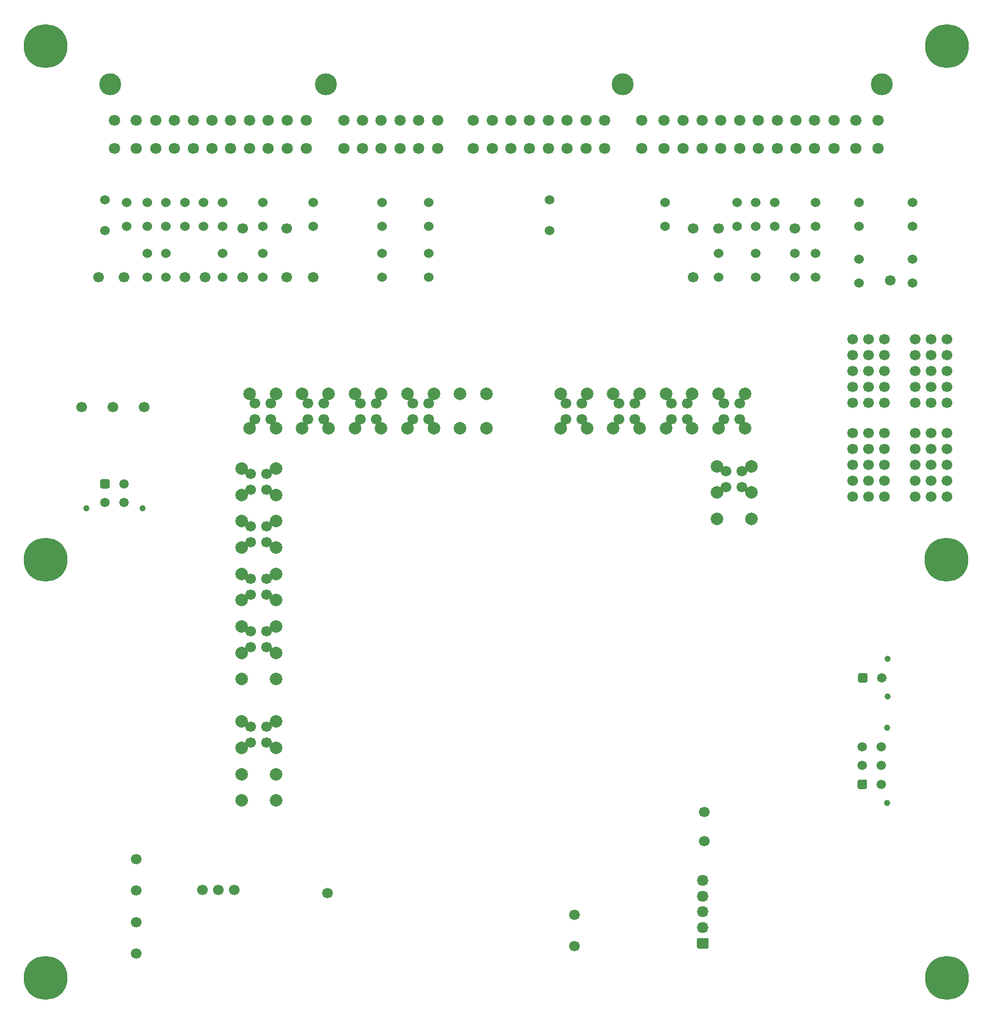
<source format=gbs>
G04 #@! TF.GenerationSoftware,KiCad,Pcbnew,7.0.11-7.0.11~ubuntu22.04.1*
G04 #@! TF.CreationDate,2024-03-13T00:30:15+00:00*
G04 #@! TF.ProjectId,uaefi-adapter-NA-90-95,75616566-692d-4616-9461-707465722d4e,rev?*
G04 #@! TF.SameCoordinates,Original*
G04 #@! TF.FileFunction,Soldermask,Bot*
G04 #@! TF.FilePolarity,Negative*
%FSLAX46Y46*%
G04 Gerber Fmt 4.6, Leading zero omitted, Abs format (unit mm)*
G04 Created by KiCad (PCBNEW 7.0.11-7.0.11~ubuntu22.04.1) date 2024-03-13 00:30:15*
%MOMM*%
%LPD*%
G01*
G04 APERTURE LIST*
%ADD10C,1.524000*%
%ADD11C,1.700000*%
%ADD12C,1.000000*%
%ADD13C,1.500000*%
%ADD14C,7.000000*%
%ADD15C,3.500120*%
%ADD16C,1.800000*%
%ADD17C,2.000000*%
%ADD18O,1.850000X1.700000*%
G04 APERTURE END LIST*
D10*
G04 #@! TO.C,R17*
X30750000Y125595000D03*
X30750000Y129405000D03*
G04 #@! TD*
G04 #@! TO.C,R15*
X24750000Y125595000D03*
X24750000Y129405000D03*
G04 #@! TD*
D11*
G04 #@! TO.C,P11*
X48250000Y117500000D03*
G04 #@! TD*
D10*
G04 #@! TO.C,R58*
X119000000Y125595000D03*
X119000000Y129405000D03*
G04 #@! TD*
D11*
G04 #@! TO.C,P3*
X20000000Y19500000D03*
G04 #@! TD*
G04 #@! TO.C,P_D5*
X109000000Y117500000D03*
G04 #@! TD*
D10*
G04 #@! TO.C,R57*
X116000000Y125595000D03*
X116000000Y129405000D03*
G04 #@! TD*
G04 #@! TO.C,R22*
X48250000Y125595000D03*
X48250000Y129405000D03*
G04 #@! TD*
G04 #@! TO.C,R46*
X125250000Y117500000D03*
X125250000Y121310000D03*
G04 #@! TD*
G04 #@! TO.C,R9*
X40250000Y117500000D03*
X40250000Y121310000D03*
G04 #@! TD*
D11*
G04 #@! TO.C,P12*
X14000000Y117500000D03*
G04 #@! TD*
D10*
G04 #@! TO.C,R49_51*
X135500000Y116595000D03*
X135500000Y120405000D03*
G04 #@! TD*
D11*
G04 #@! TO.C,P63*
X140500000Y117000000D03*
G04 #@! TD*
G04 #@! TO.C,P9*
X20000000Y9500000D03*
G04 #@! TD*
D10*
G04 #@! TO.C,R3*
X21750000Y117500000D03*
X21750000Y121310000D03*
G04 #@! TD*
G04 #@! TO.C,R18*
X33750000Y125595000D03*
X33750000Y129405000D03*
G04 #@! TD*
D11*
G04 #@! TO.C,P6*
X31000000Y117500000D03*
G04 #@! TD*
D10*
G04 #@! TO.C,R20*
X40250000Y125595000D03*
X40250000Y129405000D03*
G04 #@! TD*
D12*
G04 #@! TO.C,J2*
X12000000Y80560000D03*
X21000000Y80560000D03*
G36*
G01*
X14250000Y84000001D02*
X14250000Y84999999D01*
G75*
G02*
X14500001Y85250000I250001J0D01*
G01*
X15499999Y85250000D01*
G75*
G02*
X15750000Y84999999I0J-250001D01*
G01*
X15750000Y84000001D01*
G75*
G02*
X15499999Y83750000I-250001J0D01*
G01*
X14500001Y83750000D01*
G75*
G02*
X14250000Y84000001I0J250001D01*
G01*
G37*
D13*
X18000000Y84500000D03*
X15000000Y81500000D03*
X18000000Y81500000D03*
G04 #@! TD*
D10*
G04 #@! TO.C,R46_61*
X122000000Y125595000D03*
X122000000Y129405000D03*
G04 #@! TD*
G04 #@! TO.C,R45*
X119000000Y117500000D03*
X119000000Y121310000D03*
G04 #@! TD*
D11*
G04 #@! TO.C,P_C11*
X21250000Y96750000D03*
G04 #@! TD*
G04 #@! TO.C,P10*
X44000000Y117500000D03*
G04 #@! TD*
D10*
G04 #@! TO.C,R51*
X144000000Y116595000D03*
X144000000Y120405000D03*
G04 #@! TD*
D11*
G04 #@! TO.C,G9*
X144460000Y97420000D03*
X144460000Y99960000D03*
X144460000Y102500000D03*
X144460000Y105040000D03*
X144460000Y107580000D03*
X147000000Y97420000D03*
X147000000Y99960000D03*
X147000000Y102500000D03*
X147000000Y105040000D03*
X147000000Y107580000D03*
X149540000Y97420000D03*
X149540000Y99960000D03*
X149540000Y102500000D03*
X149540000Y105040000D03*
X149540000Y107580000D03*
G04 #@! TD*
D10*
G04 #@! TO.C,R43*
X113000000Y117500000D03*
X113000000Y121310000D03*
G04 #@! TD*
D12*
G04 #@! TO.C,J1*
X139940000Y33500000D03*
X139940000Y45500000D03*
G36*
G01*
X136499999Y35750000D02*
X135500001Y35750000D01*
G75*
G02*
X135250000Y36000001I0J250001D01*
G01*
X135250000Y36999999D01*
G75*
G02*
X135500001Y37250000I250001J0D01*
G01*
X136499999Y37250000D01*
G75*
G02*
X136750000Y36999999I0J-250001D01*
G01*
X136750000Y36000001D01*
G75*
G02*
X136499999Y35750000I-250001J0D01*
G01*
G37*
D13*
X136000000Y39500000D03*
X136000000Y42500000D03*
X139000000Y36500000D03*
X139000000Y39500000D03*
X139000000Y42500000D03*
G04 #@! TD*
D14*
G04 #@! TO.C,J16*
X149500001Y154400001D03*
G04 #@! TD*
G04 #@! TO.C,J17*
X5500001Y72400001D03*
G04 #@! TD*
D10*
G04 #@! TO.C,R16*
X27750000Y125595000D03*
X27750000Y129405000D03*
G04 #@! TD*
G04 #@! TO.C,R48*
X128500000Y117500000D03*
X128500000Y121310000D03*
G04 #@! TD*
G04 #@! TO.C,R14*
X21750000Y125595000D03*
X21750000Y129405000D03*
G04 #@! TD*
G04 #@! TO.C,R68*
X59250000Y117500000D03*
X59250000Y121310000D03*
G04 #@! TD*
D11*
G04 #@! TO.C,P2*
X18000000Y117500000D03*
G04 #@! TD*
G04 #@! TO.C,P_C12*
X16250000Y96750000D03*
G04 #@! TD*
D10*
G04 #@! TO.C,F12*
X15000000Y129855000D03*
X15000000Y124955000D03*
G04 #@! TD*
D11*
G04 #@! TO.C,P55*
X109000000Y125250000D03*
G04 #@! TD*
D10*
G04 #@! TO.C,R4*
X24750000Y117500000D03*
X24750000Y121310000D03*
G04 #@! TD*
D11*
G04 #@! TO.C,G8*
X134460000Y97420000D03*
X134460000Y99960000D03*
X134460000Y102500000D03*
X134460000Y105040000D03*
X134460000Y107580000D03*
X137000000Y97420000D03*
X137000000Y99960000D03*
X137000000Y102500000D03*
X137000000Y105040000D03*
X137000000Y107580000D03*
X139540000Y97420000D03*
X139540000Y99960000D03*
X139540000Y102500000D03*
X139540000Y105040000D03*
X139540000Y107580000D03*
G04 #@! TD*
D10*
G04 #@! TO.C,R74*
X59250000Y125595000D03*
X59250000Y129405000D03*
G04 #@! TD*
D11*
G04 #@! TO.C,G10*
X134460000Y82420000D03*
X134460000Y84960000D03*
X134460000Y87500000D03*
X134460000Y90040000D03*
X134460000Y92580000D03*
X137000000Y82420000D03*
X137000000Y84960000D03*
X137000000Y87500000D03*
X137000000Y90040000D03*
X137000000Y92580000D03*
X139540000Y82420000D03*
X139540000Y84960000D03*
X139540000Y87500000D03*
X139540000Y90040000D03*
X139540000Y92580000D03*
G04 #@! TD*
D15*
G04 #@! TO.C,P1*
X15840981Y148279761D03*
X50290981Y148279761D03*
X97690981Y148279761D03*
X139140981Y148279761D03*
D16*
X16490981Y138079121D03*
X19988561Y138079121D03*
X23089901Y138079121D03*
X26089641Y138079121D03*
X29089381Y138079121D03*
X32089121Y138079121D03*
X35088861Y138079121D03*
X38088601Y138079121D03*
X41088341Y138079121D03*
X44088081Y138079121D03*
X47189421Y138079121D03*
X16490981Y142580001D03*
X19988561Y142580001D03*
X23089901Y142580001D03*
X26089641Y142580001D03*
X29089381Y142580001D03*
X32089121Y142580001D03*
X35088861Y142580001D03*
X38088601Y142580001D03*
X41088341Y142580001D03*
X44088081Y142580001D03*
X47189421Y142580001D03*
X73840981Y138079121D03*
X76840721Y138079121D03*
X79840461Y138079121D03*
X82840201Y138079121D03*
X85842481Y138079121D03*
X88842221Y138079121D03*
X91841961Y138079121D03*
X94841701Y138079121D03*
X73840981Y142580001D03*
X76840721Y142580001D03*
X79840461Y142580001D03*
X82840201Y142580001D03*
X85842481Y142580001D03*
X88842221Y142580001D03*
X91841961Y142580001D03*
X94841701Y142580001D03*
X100787841Y138079121D03*
X104287961Y138079121D03*
X107391841Y138079121D03*
X110391581Y138079121D03*
X113391321Y138079121D03*
X116391061Y138079121D03*
X119390801Y138079121D03*
X122390541Y138079121D03*
X125390281Y138079121D03*
X128390021Y138079121D03*
X131491361Y138079121D03*
X134991481Y138079121D03*
X138491601Y138079121D03*
X100787841Y142580001D03*
X104287961Y142580001D03*
X107391841Y142580001D03*
X110391581Y142580001D03*
X113391321Y142580001D03*
X116391061Y142580001D03*
X119390801Y142580001D03*
X122390541Y142580001D03*
X125390281Y142580001D03*
X128390021Y142580001D03*
X131491361Y142580001D03*
X134991481Y142580001D03*
X138491601Y142580001D03*
X53140981Y138079121D03*
X56140721Y138079121D03*
X59140461Y138079121D03*
X62140201Y138079121D03*
X65142481Y138079121D03*
X68142221Y138079121D03*
X53140981Y142580001D03*
X56140721Y142580001D03*
X59140461Y142580001D03*
X62140201Y142580001D03*
X65142481Y142580001D03*
X68142221Y142580001D03*
G04 #@! TD*
D14*
G04 #@! TO.C,J15*
X149450801Y72400001D03*
G04 #@! TD*
G04 #@! TO.C,J14*
X149500001Y5600001D03*
G04 #@! TD*
D11*
G04 #@! TO.C,G11*
X144460000Y82420000D03*
X144460000Y84960000D03*
X144460000Y87500000D03*
X144460000Y90040000D03*
X144460000Y92580000D03*
X147000000Y82420000D03*
X147000000Y84960000D03*
X147000000Y87500000D03*
X147000000Y90040000D03*
X147000000Y92580000D03*
X149540000Y82420000D03*
X149540000Y84960000D03*
X149540000Y87500000D03*
X149540000Y90040000D03*
X149540000Y92580000D03*
G04 #@! TD*
G04 #@! TO.C,P56*
X113000000Y125250000D03*
G04 #@! TD*
D10*
G04 #@! TO.C,R7*
X33750000Y117500000D03*
X33750000Y121310000D03*
G04 #@! TD*
G04 #@! TO.C,R62_64*
X135500000Y125595000D03*
X135500000Y129405000D03*
G04 #@! TD*
D17*
G04 #@! TO.C,M1*
X36800126Y33912563D03*
X36800126Y38112563D03*
X36800126Y42312563D03*
D11*
X38300126Y43162563D03*
D17*
X36800126Y46512563D03*
D11*
X38300126Y45702563D03*
D17*
X42300126Y33912563D03*
X42300126Y38112563D03*
D11*
X40840126Y43162563D03*
D17*
X42300126Y42312563D03*
D11*
X40840126Y45702563D03*
D17*
X42300126Y46512563D03*
X36800126Y53312563D03*
X36800126Y57512563D03*
D11*
X38300126Y58362563D03*
D17*
X36800126Y61712563D03*
D11*
X38300126Y60902563D03*
D17*
X36800126Y65912563D03*
D11*
X38300126Y66762563D03*
D17*
X36800126Y70112563D03*
D11*
X38300126Y69302563D03*
D17*
X36800126Y74312563D03*
D11*
X38300126Y75162563D03*
D17*
X36800126Y78512563D03*
D11*
X38300126Y77702563D03*
D17*
X36800126Y82712563D03*
D11*
X38300126Y83562563D03*
D17*
X36800126Y86912563D03*
D11*
X38300126Y86102563D03*
D17*
X42300126Y53312563D03*
D11*
X40840126Y58362563D03*
D17*
X42300126Y57512563D03*
D11*
X40840126Y60902563D03*
D17*
X42300126Y61712563D03*
D11*
X40840126Y66762563D03*
D17*
X42300126Y65912563D03*
D11*
X40840126Y69302563D03*
D17*
X42300126Y70112563D03*
D11*
X40840126Y75162563D03*
D17*
X42300126Y74312563D03*
D11*
X40840126Y77702563D03*
D17*
X42300126Y78512563D03*
D11*
X40840126Y83562563D03*
D17*
X42300126Y82712563D03*
D11*
X40840126Y86102563D03*
D17*
X42300126Y86912563D03*
X38125126Y98837563D03*
D11*
X38975126Y97337563D03*
X41515126Y97337563D03*
D17*
X42325126Y98837563D03*
X46525126Y98837563D03*
D11*
X47375126Y97337563D03*
X49915126Y97337563D03*
D17*
X50725126Y98837563D03*
X54925126Y98837563D03*
D11*
X55775126Y97337563D03*
X58315126Y97337563D03*
D17*
X59125126Y98837563D03*
X63325126Y98837563D03*
D11*
X64175126Y97337563D03*
X66715126Y97337563D03*
D17*
X67525126Y98837563D03*
X71725126Y98837563D03*
X75925126Y98837563D03*
X38125126Y93337563D03*
D11*
X38975126Y94797563D03*
X41515126Y94797563D03*
D17*
X42325126Y93337563D03*
X46525126Y93337563D03*
D11*
X47375126Y94797563D03*
X49915126Y94797563D03*
D17*
X50725126Y93337563D03*
X54925126Y93337563D03*
D11*
X55775126Y94797563D03*
X58315126Y94797563D03*
D17*
X59125126Y93337563D03*
X63325126Y93337563D03*
D11*
X64175126Y94797563D03*
X66715126Y94797563D03*
D17*
X67525126Y93337563D03*
X71725126Y93337563D03*
X75925126Y93337563D03*
X87825126Y98837563D03*
D11*
X88675126Y97337563D03*
X91215126Y97337563D03*
D17*
X92025126Y98837563D03*
X96225126Y98837563D03*
D11*
X97075126Y97337563D03*
X99615126Y97337563D03*
D17*
X100425126Y98837563D03*
X104625126Y98837563D03*
D11*
X105475126Y97337563D03*
X108015126Y97337563D03*
D17*
X108825126Y98837563D03*
X113025126Y98837563D03*
D11*
X113875126Y97337563D03*
X116415126Y97337563D03*
D17*
X117225126Y98837563D03*
X87825126Y93337563D03*
D11*
X88675126Y94797563D03*
X91215126Y94797563D03*
D17*
X92025126Y93337563D03*
X96225126Y93337563D03*
D11*
X97075126Y94797563D03*
X99615126Y94797563D03*
D17*
X100425126Y93337563D03*
X104625126Y93337563D03*
D11*
X105475126Y94797563D03*
X108015126Y94797563D03*
D17*
X108825126Y93337563D03*
X113025126Y93337563D03*
D11*
X113875126Y94797563D03*
X116415126Y94797563D03*
D17*
X117225126Y93337563D03*
D11*
X116790126Y86502563D03*
D17*
X118250126Y87312563D03*
D11*
X116790126Y83962563D03*
D17*
X118250126Y83112563D03*
X118250126Y78912563D03*
X112750126Y87312563D03*
D11*
X114250126Y86502563D03*
D17*
X112750126Y83112563D03*
D11*
X114250126Y83962563D03*
D17*
X112750126Y78912563D03*
G36*
G01*
X111200126Y10262563D02*
X109850126Y10262563D01*
G75*
G02*
X109600126Y10512563I0J250000D01*
G01*
X109600126Y11712563D01*
G75*
G02*
X109850126Y11962563I250000J0D01*
G01*
X111200126Y11962563D01*
G75*
G02*
X111450126Y11712563I0J-250000D01*
G01*
X111450126Y10512563D01*
G75*
G02*
X111200126Y10262563I-250000J0D01*
G01*
G37*
D18*
X110525126Y13612563D03*
X110525126Y16112563D03*
X110525126Y18612563D03*
X110525126Y21112563D03*
D11*
X90025126Y10612563D03*
X90025126Y15612563D03*
X110725126Y32112563D03*
X110725126Y27412563D03*
X33065126Y19612563D03*
X35605126Y19612563D03*
X30525126Y19612563D03*
X50525126Y19112563D03*
G04 #@! TD*
G04 #@! TO.C,P19*
X37000000Y125250000D03*
G04 #@! TD*
D10*
G04 #@! TO.C,R13*
X18500000Y125595000D03*
X18500000Y129405000D03*
G04 #@! TD*
D11*
G04 #@! TO.C,P21*
X44000000Y125250000D03*
G04 #@! TD*
D14*
G04 #@! TO.C,J13*
X5500001Y5600001D03*
G04 #@! TD*
D11*
G04 #@! TO.C,P7*
X20000000Y14500000D03*
G04 #@! TD*
D12*
G04 #@! TO.C,J3*
X140025000Y50500000D03*
X140025000Y56500000D03*
G36*
G01*
X136584999Y52750000D02*
X135585001Y52750000D01*
G75*
G02*
X135335000Y53000001I0J250001D01*
G01*
X135335000Y53999999D01*
G75*
G02*
X135585001Y54250000I250001J0D01*
G01*
X136584999Y54250000D01*
G75*
G02*
X136835000Y53999999I0J-250001D01*
G01*
X136835000Y53000001D01*
G75*
G02*
X136584999Y52750000I-250001J0D01*
G01*
G37*
D13*
X139085000Y53500000D03*
G04 #@! TD*
D11*
G04 #@! TO.C,P4*
X20000000Y24500000D03*
G04 #@! TD*
D10*
G04 #@! TO.C,R69*
X66750000Y117500000D03*
X66750000Y121310000D03*
G04 #@! TD*
G04 #@! TO.C,R61*
X128500000Y125595000D03*
X128500000Y129405000D03*
G04 #@! TD*
G04 #@! TO.C,R54*
X104500000Y125595000D03*
X104500000Y129405000D03*
G04 #@! TD*
D11*
G04 #@! TO.C,P8*
X37000000Y117500000D03*
G04 #@! TD*
G04 #@! TO.C,P60*
X125250000Y125250000D03*
G04 #@! TD*
D10*
G04 #@! TO.C,R64*
X144000000Y125595000D03*
X144000000Y129405000D03*
G04 #@! TD*
G04 #@! TO.C,R75*
X66750000Y125595000D03*
X66750000Y129405000D03*
G04 #@! TD*
G04 #@! TO.C,F32*
X86000000Y129855000D03*
X86000000Y124955000D03*
G04 #@! TD*
D11*
G04 #@! TO.C,P_C13*
X11250000Y96750000D03*
G04 #@! TD*
G04 #@! TO.C,P5*
X27750000Y117500000D03*
G04 #@! TD*
D14*
G04 #@! TO.C,J11*
X5500001Y154400001D03*
G04 #@! TD*
M02*

</source>
